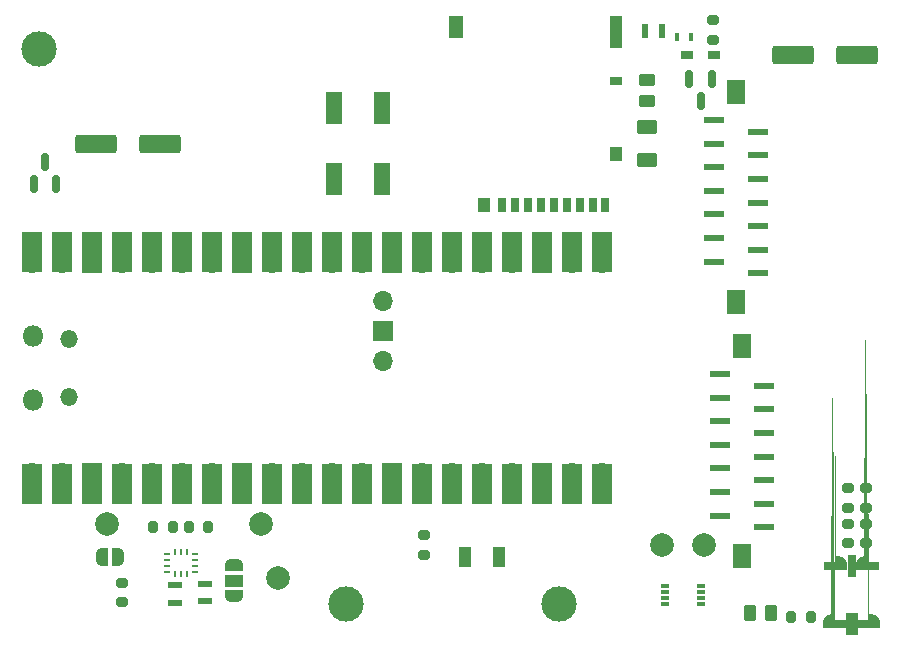
<source format=gts>
G04 #@! TF.GenerationSoftware,KiCad,Pcbnew,(6.0.10)*
G04 #@! TF.CreationDate,2023-02-15T23:26:55+01:00*
G04 #@! TF.ProjectId,Axe_lin_aire,4178655f-6c69-46ee-9961-6972652e6b69,rev?*
G04 #@! TF.SameCoordinates,Original*
G04 #@! TF.FileFunction,Soldermask,Top*
G04 #@! TF.FilePolarity,Negative*
%FSLAX46Y46*%
G04 Gerber Fmt 4.6, Leading zero omitted, Abs format (unit mm)*
G04 Created by KiCad (PCBNEW (6.0.10)) date 2023-02-15 23:26:55*
%MOMM*%
%LPD*%
G01*
G04 APERTURE LIST*
G04 Aperture macros list*
%AMRoundRect*
0 Rectangle with rounded corners*
0 $1 Rounding radius*
0 $2 $3 $4 $5 $6 $7 $8 $9 X,Y pos of 4 corners*
0 Add a 4 corners polygon primitive as box body*
4,1,4,$2,$3,$4,$5,$6,$7,$8,$9,$2,$3,0*
0 Add four circle primitives for the rounded corners*
1,1,$1+$1,$2,$3*
1,1,$1+$1,$4,$5*
1,1,$1+$1,$6,$7*
1,1,$1+$1,$8,$9*
0 Add four rect primitives between the rounded corners*
20,1,$1+$1,$2,$3,$4,$5,0*
20,1,$1+$1,$4,$5,$6,$7,0*
20,1,$1+$1,$6,$7,$8,$9,0*
20,1,$1+$1,$8,$9,$2,$3,0*%
%AMFreePoly0*
4,1,22,0.500000,-0.750000,0.000000,-0.750000,0.000000,-0.745033,-0.079941,-0.743568,-0.215256,-0.701293,-0.333266,-0.622738,-0.424486,-0.514219,-0.481581,-0.384460,-0.499164,-0.250000,-0.500000,-0.250000,-0.500000,0.250000,-0.499164,0.250000,-0.499963,0.256109,-0.478152,0.396186,-0.417904,0.524511,-0.324060,0.630769,-0.204165,0.706417,-0.067858,0.745374,0.000000,0.744959,0.000000,0.750000,
0.500000,0.750000,0.500000,-0.750000,0.500000,-0.750000,$1*%
%AMFreePoly1*
4,1,20,0.000000,0.744959,0.073905,0.744508,0.209726,0.703889,0.328688,0.626782,0.421226,0.519385,0.479903,0.390333,0.500000,0.250000,0.500000,-0.250000,0.499851,-0.262216,0.476331,-0.402017,0.414519,-0.529596,0.319384,-0.634700,0.198574,-0.708877,0.061801,-0.746166,0.000000,-0.745033,0.000000,-0.750000,-0.500000,-0.750000,-0.500000,0.750000,0.000000,0.750000,0.000000,0.744959,
0.000000,0.744959,$1*%
%AMFreePoly2*
4,1,53,-0.099833,0.852494,-0.099048,0.852106,-0.098232,0.851768,-0.098198,0.851685,-0.098118,0.851646,-0.097838,0.850816,-0.097500,0.850000,-0.097500,0.350000,0.950000,0.350000,0.950000,-0.350000,-0.946033,-0.350000,-0.948424,-0.351941,-0.948767,-0.352043,-0.949015,-0.352297,-0.949646,-0.352305,-0.950258,-0.352487,-0.950573,-0.352317,-0.950929,-0.352321,-0.951382,-0.351879,-0.951941,-0.351576,
-0.952043,-0.351233,-0.952298,-0.350984,-0.987367,-0.269161,-0.987370,-0.268922,-0.987508,-0.268726,-1.026602,-0.095087,-1.026556,-0.094819,-1.026663,-0.094568,-1.028802,0.083403,-1.028700,0.083657,-1.028753,0.083923,-0.993844,0.258450,-0.993693,0.258676,-0.993689,0.258949,-0.923255,0.422405,-0.923060,0.422595,-0.922999,0.422861,-0.820121,0.568100,-0.819891,0.568245,-0.819776,0.568493,
-0.688950,0.689169,-0.688695,0.689263,-0.688531,0.689482,-0.535473,0.780321,-0.535203,0.780360,-0.534998,0.780539,-0.366398,0.837571,-0.366126,0.837553,-0.365888,0.837686,-0.189116,0.858417,-0.188884,0.858351,-0.188657,0.858428,-0.099833,0.852494,-0.099833,0.852494,$1*%
%AMFreePoly3*
4,1,53,0.188884,0.858352,0.189115,0.858417,0.365888,0.837686,0.366126,0.837553,0.366398,0.837571,0.534998,0.780539,0.535203,0.780360,0.535473,0.780321,0.688531,0.689482,0.688694,0.689264,0.688950,0.689170,0.819776,0.568493,0.819891,0.568245,0.820121,0.568100,0.922999,0.422861,0.923060,0.422595,0.923255,0.422405,0.993689,0.258950,0.993693,0.258676,0.993844,0.258450,
1.028753,0.083923,1.028700,0.083657,1.028802,0.083403,1.026663,-0.094568,1.026556,-0.094819,1.026602,-0.095087,0.987508,-0.268725,0.987370,-0.268921,0.987367,-0.269161,0.952298,-0.350985,0.952043,-0.351234,0.951941,-0.351576,0.951384,-0.351877,0.950929,-0.352322,0.950571,-0.352318,0.950258,-0.352487,0.949650,-0.352306,0.949015,-0.352298,0.948766,-0.352043,0.948424,-0.351941,
0.946033,-0.350000,-0.950000,-0.350000,-0.950000,0.350000,0.097500,0.350000,0.097500,0.850000,0.097838,0.850816,0.098118,0.851646,0.098198,0.851685,0.098232,0.851768,0.099048,0.852106,0.099833,0.852494,0.188657,0.858428,0.188884,0.858352,0.188884,0.858352,$1*%
%AMFreePoly4*
4,1,22,0.550000,-0.750000,0.000000,-0.750000,0.000000,-0.745033,-0.079941,-0.743568,-0.215256,-0.701293,-0.333266,-0.622738,-0.424486,-0.514219,-0.481581,-0.384460,-0.499164,-0.250000,-0.500000,-0.250000,-0.500000,0.250000,-0.499164,0.250000,-0.499963,0.256109,-0.478152,0.396186,-0.417904,0.524511,-0.324060,0.630769,-0.204165,0.706417,-0.067858,0.745374,0.000000,0.744959,0.000000,0.750000,
0.550000,0.750000,0.550000,-0.750000,0.550000,-0.750000,$1*%
%AMFreePoly5*
4,1,20,0.000000,0.744959,0.073905,0.744508,0.209726,0.703889,0.328688,0.626782,0.421226,0.519385,0.479903,0.390333,0.500000,0.250000,0.500000,-0.250000,0.499851,-0.262216,0.476331,-0.402017,0.414519,-0.529596,0.319384,-0.634700,0.198574,-0.708877,0.061801,-0.746166,0.000000,-0.745033,0.000000,-0.750000,-0.550000,-0.750000,-0.550000,0.750000,0.000000,0.750000,0.000000,0.744959,
0.000000,0.744959,$1*%
G04 Aperture macros list end*
%ADD10R,1.250000X0.500000*%
%ADD11C,3.000000*%
%ADD12R,0.800000X0.300000*%
%ADD13RoundRect,0.200000X-0.275000X0.200000X-0.275000X-0.200000X0.275000X-0.200000X0.275000X0.200000X0*%
%ADD14FreePoly0,180.000000*%
%ADD15FreePoly1,180.000000*%
%ADD16RoundRect,0.200000X-0.200000X-0.275000X0.200000X-0.275000X0.200000X0.275000X-0.200000X0.275000X0*%
%ADD17RoundRect,0.200000X0.275000X-0.200000X0.275000X0.200000X-0.275000X0.200000X-0.275000X-0.200000X0*%
%ADD18R,1.400000X2.750000*%
%ADD19R,1.600000X2.000000*%
%ADD20R,1.750000X0.500000*%
%ADD21R,0.475000X0.250000*%
%ADD22R,0.250000X0.475000*%
%ADD23RoundRect,0.250000X-0.262500X-0.450000X0.262500X-0.450000X0.262500X0.450000X-0.262500X0.450000X0*%
%ADD24O,1.700000X1.700000*%
%ADD25R,1.700000X1.700000*%
%ADD26R,1.700000X3.500000*%
%ADD27O,1.500000X1.500000*%
%ADD28O,1.800000X1.800000*%
%ADD29RoundRect,0.250000X0.450000X-0.262500X0.450000X0.262500X-0.450000X0.262500X-0.450000X-0.262500X0*%
%ADD30FreePoly2,90.000000*%
%ADD31R,1.000000X1.900000*%
%ADD32FreePoly3,270.000000*%
%ADD33FreePoly3,90.000000*%
%ADD34R,0.700000X1.900000*%
%ADD35FreePoly2,270.000000*%
%ADD36RoundRect,0.250000X-0.625000X0.375000X-0.625000X-0.375000X0.625000X-0.375000X0.625000X0.375000X0*%
%ADD37R,1.000000X1.200000*%
%ADD38R,1.000000X2.800000*%
%ADD39R,1.300000X1.900000*%
%ADD40R,1.000000X0.800000*%
%ADD41R,0.700000X1.200000*%
%ADD42C,2.000000*%
%ADD43R,1.050000X1.700000*%
%ADD44R,0.400000X0.800000*%
%ADD45RoundRect,0.150000X0.150000X-0.587500X0.150000X0.587500X-0.150000X0.587500X-0.150000X-0.587500X0*%
%ADD46FreePoly4,270.000000*%
%ADD47R,1.500000X1.000000*%
%ADD48FreePoly5,270.000000*%
%ADD49RoundRect,0.250000X-1.500000X-0.550000X1.500000X-0.550000X1.500000X0.550000X-1.500000X0.550000X0*%
%ADD50RoundRect,0.150000X-0.150000X0.587500X-0.150000X-0.587500X0.150000X-0.587500X0.150000X0.587500X0*%
%ADD51R,0.500000X1.250000*%
%ADD52R,1.000000X0.750000*%
G04 APERTURE END LIST*
D10*
G04 #@! TO.C,C2*
X116500000Y-105750000D03*
X116500000Y-107250000D03*
G04 #@! TD*
G04 #@! TO.C,C1*
X114000000Y-105900000D03*
X114000000Y-107400000D03*
G04 #@! TD*
D11*
G04 #@! TO.C,REF\u002A\u002A*
X102500000Y-60500000D03*
G04 #@! TD*
D12*
G04 #@! TO.C,U4*
X155450000Y-106000000D03*
X155450000Y-106500000D03*
X155450000Y-107000000D03*
X155450000Y-107500000D03*
X158550000Y-107500000D03*
X158550000Y-107000000D03*
X158550000Y-106500000D03*
X158550000Y-106000000D03*
G04 #@! TD*
D13*
G04 #@! TO.C,R11*
X171000000Y-97675000D03*
X171000000Y-99325000D03*
G04 #@! TD*
D14*
G04 #@! TO.C,JP2*
X109150000Y-103500000D03*
D15*
X107850000Y-103500000D03*
G04 #@! TD*
D16*
G04 #@! TO.C,R6*
X112175000Y-101000000D03*
X113825000Y-101000000D03*
G04 #@! TD*
D17*
G04 #@! TO.C,R2*
X159562742Y-59712500D03*
X159562742Y-58062500D03*
G04 #@! TD*
D18*
G04 #@! TO.C,SW1*
X127500000Y-71525000D03*
X127500000Y-65475000D03*
X131500000Y-71525000D03*
X131500000Y-65475000D03*
G04 #@! TD*
D19*
G04 #@! TO.C,J2*
X162000000Y-85600000D03*
X162000000Y-103400000D03*
D20*
X163875000Y-101000000D03*
X160125000Y-100000000D03*
X163875000Y-99000000D03*
X160125000Y-98000000D03*
X163875000Y-97000000D03*
X160125000Y-96000000D03*
X163875000Y-95000000D03*
X160125000Y-94000000D03*
X163875000Y-93000000D03*
X160125000Y-92000000D03*
X163875000Y-91000000D03*
X160125000Y-90000000D03*
X163875000Y-89000000D03*
X160125000Y-88000000D03*
G04 #@! TD*
D21*
G04 #@! TO.C,U2*
X113337500Y-103250000D03*
X113337500Y-103750000D03*
X113337500Y-104250000D03*
X113337500Y-104750000D03*
D22*
X114000000Y-104912500D03*
X114500000Y-104912500D03*
X115000000Y-104912500D03*
D21*
X115662500Y-104750000D03*
X115662500Y-104250000D03*
X115662500Y-103750000D03*
X115662500Y-103250000D03*
D22*
X115000000Y-103087500D03*
X114500000Y-103087500D03*
X114000000Y-103087500D03*
G04 #@! TD*
D23*
G04 #@! TO.C,R12*
X162675000Y-108250000D03*
X164500000Y-108250000D03*
G04 #@! TD*
D24*
G04 #@! TO.C,U1*
X131600000Y-81835900D03*
D25*
X131600000Y-84375900D03*
D24*
X131600000Y-86915900D03*
X101870000Y-78610000D03*
D26*
X101870000Y-77710000D03*
X104410000Y-77710000D03*
D24*
X104410000Y-78610000D03*
D25*
X106950000Y-78610000D03*
D26*
X106950000Y-77710000D03*
D24*
X109490000Y-78610000D03*
D26*
X109490000Y-77710000D03*
D24*
X112030000Y-78610000D03*
D26*
X112030000Y-77710000D03*
X114570000Y-77710000D03*
D24*
X114570000Y-78610000D03*
X117110000Y-78610000D03*
D26*
X117110000Y-77710000D03*
X119650000Y-77710000D03*
D25*
X119650000Y-78610000D03*
D24*
X122190000Y-78610000D03*
D26*
X122190000Y-77710000D03*
X124730000Y-77710000D03*
D24*
X124730000Y-78610000D03*
X127270000Y-78610000D03*
D26*
X127270000Y-77710000D03*
X129810000Y-77710000D03*
D24*
X129810000Y-78610000D03*
D26*
X132350000Y-77710000D03*
D25*
X132350000Y-78610000D03*
D26*
X134890000Y-77710000D03*
D24*
X134890000Y-78610000D03*
X137430000Y-78610000D03*
D26*
X137430000Y-77710000D03*
X139970000Y-77710000D03*
D24*
X139970000Y-78610000D03*
X142510000Y-78610000D03*
D26*
X142510000Y-77710000D03*
X145050000Y-77710000D03*
D25*
X145050000Y-78610000D03*
D24*
X147590000Y-78610000D03*
D26*
X147590000Y-77710000D03*
X150130000Y-77710000D03*
D24*
X150130000Y-78610000D03*
X150130000Y-96390000D03*
D26*
X150130000Y-97290000D03*
D24*
X147590000Y-96390000D03*
D26*
X147590000Y-97290000D03*
D25*
X145050000Y-96390000D03*
D26*
X145050000Y-97290000D03*
X142510000Y-97290000D03*
D24*
X142510000Y-96390000D03*
X139970000Y-96390000D03*
D26*
X139970000Y-97290000D03*
X137430000Y-97290000D03*
D24*
X137430000Y-96390000D03*
D26*
X134890000Y-97290000D03*
D24*
X134890000Y-96390000D03*
D26*
X132350000Y-97290000D03*
D25*
X132350000Y-96390000D03*
D24*
X129810000Y-96390000D03*
D26*
X129810000Y-97290000D03*
D24*
X127270000Y-96390000D03*
D26*
X127270000Y-97290000D03*
D24*
X124730000Y-96390000D03*
D26*
X124730000Y-97290000D03*
X122190000Y-97290000D03*
D24*
X122190000Y-96390000D03*
D25*
X119650000Y-96390000D03*
D26*
X119650000Y-97290000D03*
X117110000Y-97290000D03*
D24*
X117110000Y-96390000D03*
D26*
X114570000Y-97290000D03*
D24*
X114570000Y-96390000D03*
X112030000Y-96390000D03*
D26*
X112030000Y-97290000D03*
X109490000Y-97290000D03*
D24*
X109490000Y-96390000D03*
D25*
X106950000Y-96390000D03*
D26*
X106950000Y-97290000D03*
D24*
X104410000Y-96390000D03*
D26*
X104410000Y-97290000D03*
D24*
X101870000Y-96390000D03*
D26*
X101870000Y-97290000D03*
D27*
X105030000Y-85075000D03*
D28*
X102000000Y-84775000D03*
D27*
X105030000Y-89925000D03*
D28*
X102000000Y-90225000D03*
G04 #@! TD*
D17*
G04 #@! TO.C,R5*
X171000000Y-102325000D03*
X171000000Y-100675000D03*
G04 #@! TD*
D29*
G04 #@! TO.C,R9*
X154000000Y-64912500D03*
X154000000Y-63087500D03*
G04 #@! TD*
D30*
G04 #@! TO.C,U3*
X169900000Y-109200000D03*
D31*
X171300000Y-109200000D03*
D32*
X172700000Y-109200000D03*
D33*
X169900000Y-104300000D03*
D34*
X171300000Y-104300000D03*
D35*
X172700000Y-104300000D03*
G04 #@! TD*
D36*
G04 #@! TO.C,D3*
X154000000Y-67100000D03*
X154000000Y-69900000D03*
G04 #@! TD*
D37*
G04 #@! TO.C,J3*
X151325000Y-69425000D03*
D38*
X151325000Y-59075000D03*
D37*
X140175000Y-73725000D03*
D39*
X137825000Y-58625000D03*
D40*
X151325000Y-63225000D03*
D41*
X150375000Y-73725000D03*
X149425000Y-73725000D03*
X148325000Y-73725000D03*
X147225000Y-73725000D03*
X146125000Y-73725000D03*
X145025000Y-73725000D03*
X143925000Y-73725000D03*
X142825000Y-73725000D03*
X141725000Y-73725000D03*
G04 #@! TD*
D42*
G04 #@! TO.C,TP3*
X158750000Y-102500000D03*
G04 #@! TD*
D17*
G04 #@! TO.C,R10*
X172500000Y-99325000D03*
X172500000Y-97675000D03*
G04 #@! TD*
D43*
G04 #@! TO.C,D2*
X141455000Y-103500000D03*
X138545000Y-103500000D03*
G04 #@! TD*
D11*
G04 #@! TO.C,REF\u002A\u002A*
X146500000Y-107500000D03*
G04 #@! TD*
D16*
G04 #@! TO.C,R3*
X166175000Y-108587500D03*
X167825000Y-108587500D03*
G04 #@! TD*
D17*
G04 #@! TO.C,R1*
X109500000Y-107325000D03*
X109500000Y-105675000D03*
G04 #@! TD*
G04 #@! TO.C,R4*
X172500000Y-102325000D03*
X172500000Y-100675000D03*
G04 #@! TD*
D44*
G04 #@! TO.C,FB1*
X156500000Y-59500000D03*
X157700000Y-59500000D03*
G04 #@! TD*
D17*
G04 #@! TO.C,R8*
X135065000Y-103325000D03*
X135065000Y-101675000D03*
G04 #@! TD*
D45*
G04 #@! TO.C,Q1*
X102050000Y-71937500D03*
X103950000Y-71937500D03*
X103000000Y-70062500D03*
G04 #@! TD*
D42*
G04 #@! TO.C,TP2*
X155250000Y-102500000D03*
G04 #@! TD*
G04 #@! TO.C,TP1*
X122750000Y-105250000D03*
G04 #@! TD*
D46*
G04 #@! TO.C,JP1*
X119000000Y-104200000D03*
D47*
X119000000Y-105500000D03*
D48*
X119000000Y-106800000D03*
G04 #@! TD*
D11*
G04 #@! TO.C,REF\u002A\u002A*
X128500000Y-107500000D03*
G04 #@! TD*
D49*
G04 #@! TO.C,C4*
X166300000Y-61000000D03*
X171700000Y-61000000D03*
G04 #@! TD*
D50*
G04 #@! TO.C,Q2*
X159450000Y-63062500D03*
X157550000Y-63062500D03*
X158500000Y-64937500D03*
G04 #@! TD*
D42*
G04 #@! TO.C,TP4*
X108250000Y-100750000D03*
G04 #@! TD*
D19*
G04 #@! TO.C,J1*
X161500000Y-64100000D03*
X161500000Y-81900000D03*
D20*
X163375000Y-79500000D03*
X159625000Y-78500000D03*
X163375000Y-77500000D03*
X159625000Y-76500000D03*
X163375000Y-75500000D03*
X159625000Y-74500000D03*
X163375000Y-73500000D03*
X159625000Y-72500000D03*
X163375000Y-71500000D03*
X159625000Y-70500000D03*
X163375000Y-69500000D03*
X159625000Y-68500000D03*
X163375000Y-67500000D03*
X159625000Y-66500000D03*
G04 #@! TD*
D51*
G04 #@! TO.C,C5*
X153750000Y-59000000D03*
X155250000Y-59000000D03*
G04 #@! TD*
D16*
G04 #@! TO.C,R7*
X115175000Y-101000000D03*
X116825000Y-101000000D03*
G04 #@! TD*
D42*
G04 #@! TO.C,TP5*
X121250000Y-100750000D03*
G04 #@! TD*
D52*
G04 #@! TO.C,D1*
X157325000Y-61000000D03*
X159675000Y-61000000D03*
G04 #@! TD*
D49*
G04 #@! TO.C,C3*
X107300000Y-68500000D03*
X112700000Y-68500000D03*
G04 #@! TD*
M02*

</source>
